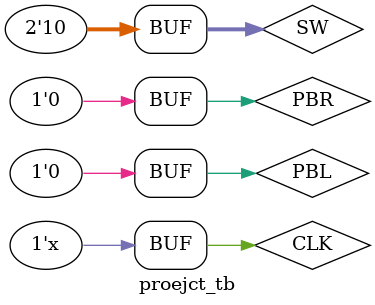
<source format=v>
`timescale 1ns / 1ps
module proejct_tb();
reg [1:0] SW;
reg CLK;
wire [1:0]LED;
wire [7:0] SSEG_AN;
wire [7:0] SSEG_CA;
reg PBR;
reg PBL;

 project A1( SW, CLK,  LED,SSEG_AN,SSEG_CA, PBR, PBL);

    always  begin
    #1 CLK=~CLK;
    end
initial begin
CLK<=1'b0;
SW<=2'b00;
PBL<=1'b0;
PBR<=1'b0;
#80000;
PBR<= 1'b1;
#80000;
PBR<= 1'b0;
#80000;
PBL<= 1'b1;
#80000;
PBL<= 1'b0;
#80000;
SW<=2'b10;
PBR= 1'b1;
#80000;
PBR<= 1'b0;
#80000;
PBL<= 1'b1;
#80000;
PBL<=1'b0;
	
end
endmodule
</source>
